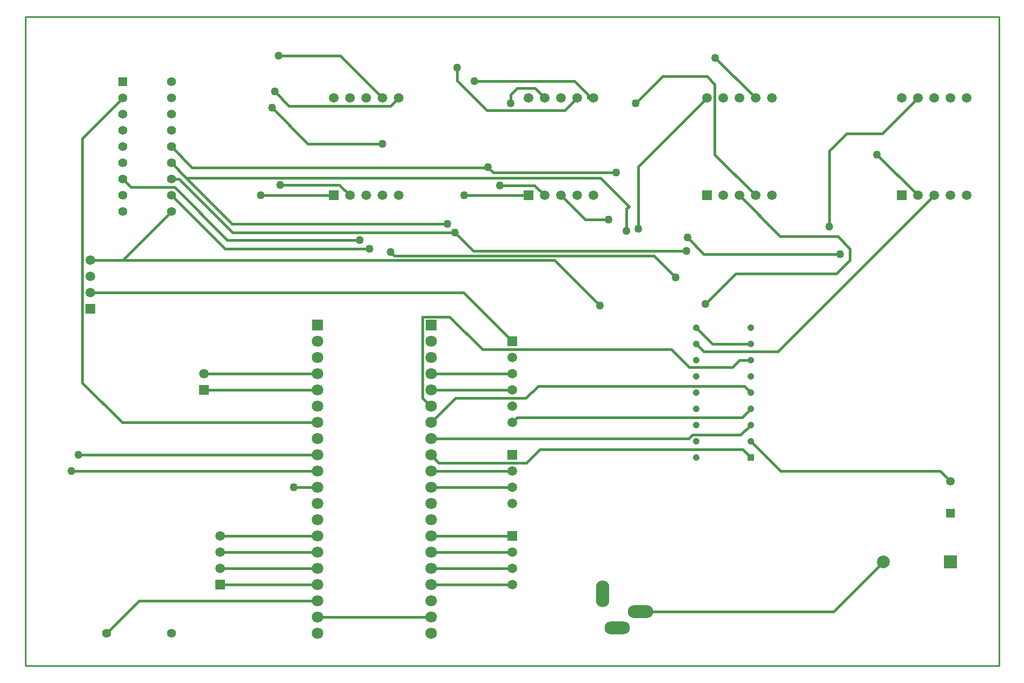
<source format=gbl>
G04*
G04 #@! TF.GenerationSoftware,Altium Limited,Altium Designer,20.0.12 (288)*
G04*
G04 Layer_Physical_Order=2*
G04 Layer_Color=16711680*
%FSLAX23Y23*%
%MOIN*%
G70*
G01*
G75*
%ADD14C,0.010*%
%ADD44C,0.015*%
%ADD45C,0.042*%
%ADD46R,0.042X0.042*%
%ADD47R,0.053X0.053*%
%ADD48C,0.053*%
%ADD49C,0.059*%
%ADD50R,0.059X0.059*%
%ADD51C,0.071*%
%ADD52R,0.071X0.071*%
%ADD53C,0.055*%
%ADD54R,0.055X0.055*%
%ADD55C,0.079*%
%ADD56R,0.079X0.079*%
%ADD57O,0.083X0.165*%
%ADD58O,0.157X0.079*%
%ADD59C,0.050*%
D14*
X1600Y5000D02*
X7600D01*
Y1000D02*
Y5000D01*
X1600Y1000D02*
X7600D01*
X1600D02*
Y5000D01*
D44*
X5781Y3539D02*
X6621D01*
X5680Y3640D02*
X5781Y3539D01*
X6609Y3647D02*
X6682Y3573D01*
Y3502D02*
Y3573D01*
X6599Y3419D02*
X6682Y3502D01*
X5978Y3419D02*
X6599D01*
X6253Y3647D02*
X6609D01*
X3342Y4218D02*
X3800D01*
X3120Y4440D02*
X3342Y4218D01*
X5306Y3680D02*
Y3819D01*
X5320Y3833D01*
X5145Y4008D02*
X5320Y3833D01*
X5050Y3750D02*
X5195D01*
X3540Y4760D02*
X3800Y4500D01*
X3160Y4760D02*
X3540D01*
X6554Y3708D02*
Y4176D01*
X6661Y4283D01*
X6000Y3900D02*
X6253Y3647D01*
X6070Y2385D02*
X6255Y2200D01*
X7237D02*
X7300Y2137D01*
X6255Y2200D02*
X7237D01*
X4363Y3557D02*
X5676D01*
X4248Y3672D02*
X4363Y3557D01*
X3874Y3529D02*
X5476D01*
X5609Y3396D01*
X2200Y3500D02*
X4863D01*
X5141Y3222D01*
X3853Y3550D02*
X3874Y3529D01*
X4453Y4072D02*
X4485Y4040D01*
X5240D01*
X4100Y2800D02*
X4600D01*
X4100Y2700D02*
X4600D01*
X4100Y2200D02*
X4600D01*
X4100Y2100D02*
X4600D01*
X4100Y1800D02*
X4600D01*
X4100Y1700D02*
X4600D01*
X4100Y1600D02*
X4600D01*
X4100Y1500D02*
X4600D01*
X2800D02*
X3400D01*
X2800Y1600D02*
X3400D01*
X2800Y1700D02*
X3400D01*
X2800Y1800D02*
X3400D01*
X2700Y2700D02*
X3400D01*
X2700Y2800D02*
X3400D01*
Y1300D02*
X4100D01*
Y2300D02*
X4149Y2251D01*
X4688D01*
X4772Y2335D01*
X6020D01*
X6070Y2285D01*
X4100Y2400D02*
X5688D01*
X5712Y2424D01*
X6009D01*
X6070Y2485D01*
X2100Y1200D02*
X2300Y1400D01*
X3400D01*
X6583Y1335D02*
X6888Y1640D01*
X5393Y1335D02*
X6583D01*
X2500Y4200D02*
X2628Y4072D01*
X2874Y3726D02*
X4200D01*
X4047Y2653D02*
X4100Y2600D01*
X4047Y2653D02*
Y3153D01*
X4216D01*
X4419Y2950D01*
X5582D01*
X5691Y2841D01*
X5959D01*
X6003Y2885D01*
X6070D01*
X4300Y3300D02*
X4600Y3000D01*
X2000Y3300D02*
X4300D01*
X1952Y4252D02*
X2200Y4500D01*
X1952Y2746D02*
Y4252D01*
Y2746D02*
X2198Y2500D01*
X3400D01*
X1927Y2300D02*
X3400D01*
X1884Y2200D02*
X3400D01*
X6238Y2938D02*
X7200Y3900D01*
X5782Y2938D02*
X6238D01*
X5735Y2985D02*
X5782Y2938D01*
X5377Y4077D02*
X5800Y4500D01*
X5377Y3696D02*
Y4077D01*
X4900Y3900D02*
X5050Y3750D01*
X3852Y4452D02*
X3900Y4500D01*
X3226Y4452D02*
X3852D01*
X3137Y4541D02*
X3226Y4452D01*
X4368Y4604D02*
X4985D01*
X5069Y4520D01*
Y4500D02*
X5100D01*
X4304Y3900D02*
X4700D01*
X5848Y4152D02*
X6100Y3900D01*
X5848Y4152D02*
Y4586D01*
X5800Y4634D02*
X5848Y4586D01*
X5528Y4634D02*
X5800D01*
X5363Y4469D02*
X5528Y4634D01*
X5851Y4749D02*
X6100Y4500D01*
X6883Y4283D02*
X7100Y4500D01*
X6661Y4283D02*
X6883D01*
X6848Y4152D02*
X7100Y3900D01*
X4740Y4560D02*
X4800Y4500D01*
X4632Y4560D02*
X4740D01*
X4592Y4520D02*
X4632Y4560D01*
X4592Y4468D02*
Y4520D01*
X4739Y3961D02*
X4800Y3900D01*
X4526Y3961D02*
X4739D01*
X4263Y4608D02*
Y4687D01*
Y4608D02*
X4446Y4425D01*
X4925D01*
X5000Y4500D01*
X3050Y3900D02*
X3500D01*
X3535Y3965D02*
X3600Y3900D01*
X3171Y3965D02*
X3535D01*
X2500Y3900D02*
X2830Y3570D01*
X3723D01*
X2500Y4000D02*
X2549D01*
X2877Y3672D01*
X4248D01*
X2592Y4008D02*
X5145D01*
X5791Y3232D02*
X5978Y3419D01*
X4100Y2500D02*
X4250Y2650D01*
X4686D01*
X4760Y2724D01*
X6031D01*
X6070Y2685D01*
X2844Y3626D02*
X3663D01*
X2520Y3950D02*
X2844Y3626D01*
X2250Y3950D02*
X2520D01*
X2200Y4000D02*
X2250Y3950D01*
X3255Y2100D02*
X3400D01*
X5735Y3085D02*
X5835Y2985D01*
X6070D01*
X6017Y2532D02*
X6070Y2585D01*
X4632Y2532D02*
X6017D01*
X4600Y2500D02*
X4632Y2532D01*
X2200Y3500D02*
X2500Y3800D01*
X5069Y4500D02*
Y4520D01*
X2500Y4100D02*
X2592Y4008D01*
X2874Y3726D01*
X2628Y4072D02*
X4453D01*
X4451Y4074D02*
X4453Y4072D01*
X2000Y3500D02*
X2200D01*
D45*
X5735Y2285D02*
D03*
Y2385D02*
D03*
Y2485D02*
D03*
Y2585D02*
D03*
Y2685D02*
D03*
Y2785D02*
D03*
Y2885D02*
D03*
Y2985D02*
D03*
Y3085D02*
D03*
X6070D02*
D03*
Y2985D02*
D03*
Y2885D02*
D03*
Y2785D02*
D03*
Y2685D02*
D03*
Y2585D02*
D03*
Y2485D02*
D03*
Y2385D02*
D03*
D46*
Y2285D02*
D03*
D47*
X7300Y1940D02*
D03*
D48*
Y2137D02*
D03*
D49*
X2700Y2800D02*
D03*
X4600Y2200D02*
D03*
Y2100D02*
D03*
Y2000D02*
D03*
Y2500D02*
D03*
Y2600D02*
D03*
Y2700D02*
D03*
Y2800D02*
D03*
Y2900D02*
D03*
X2800Y1600D02*
D03*
Y1700D02*
D03*
Y1800D02*
D03*
X4600Y1700D02*
D03*
Y1600D02*
D03*
Y1500D02*
D03*
X3900Y4500D02*
D03*
X3800D02*
D03*
X3700D02*
D03*
X3600D02*
D03*
X3500D02*
D03*
X3900Y3900D02*
D03*
X3800D02*
D03*
X3700D02*
D03*
X3600D02*
D03*
X5100Y4500D02*
D03*
X5000D02*
D03*
X4900D02*
D03*
X4800D02*
D03*
X4700D02*
D03*
X5100Y3900D02*
D03*
X5000D02*
D03*
X4900D02*
D03*
X4800D02*
D03*
X7100D02*
D03*
X7200D02*
D03*
X7300D02*
D03*
X7400D02*
D03*
X7000Y4500D02*
D03*
X7100D02*
D03*
X7200D02*
D03*
X7300D02*
D03*
X7400D02*
D03*
X5900Y3900D02*
D03*
X6000D02*
D03*
X6100D02*
D03*
X6200D02*
D03*
X5800Y4500D02*
D03*
X5900D02*
D03*
X6000D02*
D03*
X6100D02*
D03*
X6200D02*
D03*
X2000Y3500D02*
D03*
Y3400D02*
D03*
Y3300D02*
D03*
D50*
X2700Y2700D02*
D03*
X4600Y2300D02*
D03*
Y3000D02*
D03*
X2800Y1500D02*
D03*
X4600Y1800D02*
D03*
X3500Y3900D02*
D03*
X4700D02*
D03*
X7000D02*
D03*
X5800D02*
D03*
X2000Y3200D02*
D03*
D51*
X4100Y2200D02*
D03*
Y2100D02*
D03*
Y2300D02*
D03*
Y2400D02*
D03*
Y2500D02*
D03*
Y2600D02*
D03*
Y2700D02*
D03*
Y2800D02*
D03*
Y2900D02*
D03*
Y3000D02*
D03*
Y2000D02*
D03*
Y1900D02*
D03*
Y1800D02*
D03*
Y1700D02*
D03*
Y1600D02*
D03*
Y1500D02*
D03*
Y1400D02*
D03*
Y1300D02*
D03*
Y1200D02*
D03*
X3400Y2200D02*
D03*
Y2100D02*
D03*
Y2300D02*
D03*
Y2400D02*
D03*
Y2500D02*
D03*
Y2600D02*
D03*
Y2700D02*
D03*
Y2800D02*
D03*
Y2900D02*
D03*
Y3000D02*
D03*
Y2000D02*
D03*
Y1900D02*
D03*
Y1800D02*
D03*
Y1700D02*
D03*
Y1600D02*
D03*
Y1500D02*
D03*
Y1400D02*
D03*
Y1300D02*
D03*
Y1200D02*
D03*
D52*
X4100Y3100D02*
D03*
X3400D02*
D03*
D53*
X2500Y1200D02*
D03*
X2100D02*
D03*
X2500Y3800D02*
D03*
Y3900D02*
D03*
Y4000D02*
D03*
Y4100D02*
D03*
Y4200D02*
D03*
Y4300D02*
D03*
Y4400D02*
D03*
Y4500D02*
D03*
Y4600D02*
D03*
X2200Y3800D02*
D03*
Y3900D02*
D03*
Y4000D02*
D03*
Y4100D02*
D03*
Y4200D02*
D03*
Y4300D02*
D03*
Y4400D02*
D03*
Y4500D02*
D03*
D54*
Y4600D02*
D03*
D55*
X6888Y1640D02*
D03*
D56*
X7300D02*
D03*
D57*
X5157Y1445D02*
D03*
D58*
X5248Y1236D02*
D03*
X5393Y1335D02*
D03*
D59*
X6621Y3539D02*
D03*
X3120Y4440D02*
D03*
X5306Y3680D02*
D03*
X5195Y3750D02*
D03*
X3160Y4760D02*
D03*
X6554Y3708D02*
D03*
X5676Y3557D02*
D03*
X5680Y3640D02*
D03*
X5240Y4040D02*
D03*
X4200Y3726D02*
D03*
X1927Y2300D02*
D03*
X1884Y2200D02*
D03*
X5377Y3696D02*
D03*
X3137Y4541D02*
D03*
X4368Y4604D02*
D03*
X4304Y3900D02*
D03*
X5363Y4469D02*
D03*
X5851Y4749D02*
D03*
X6848Y4152D02*
D03*
X4592Y4468D02*
D03*
X4526Y3961D02*
D03*
X4263Y4687D02*
D03*
X3050Y3900D02*
D03*
X3171Y3965D02*
D03*
X3800Y4218D02*
D03*
X3723Y3570D02*
D03*
X4248Y3672D02*
D03*
X4451Y4074D02*
D03*
X3853Y3550D02*
D03*
X5609Y3396D02*
D03*
X5791Y3232D02*
D03*
X3663Y3626D02*
D03*
X3255Y2100D02*
D03*
X5141Y3222D02*
D03*
M02*

</source>
